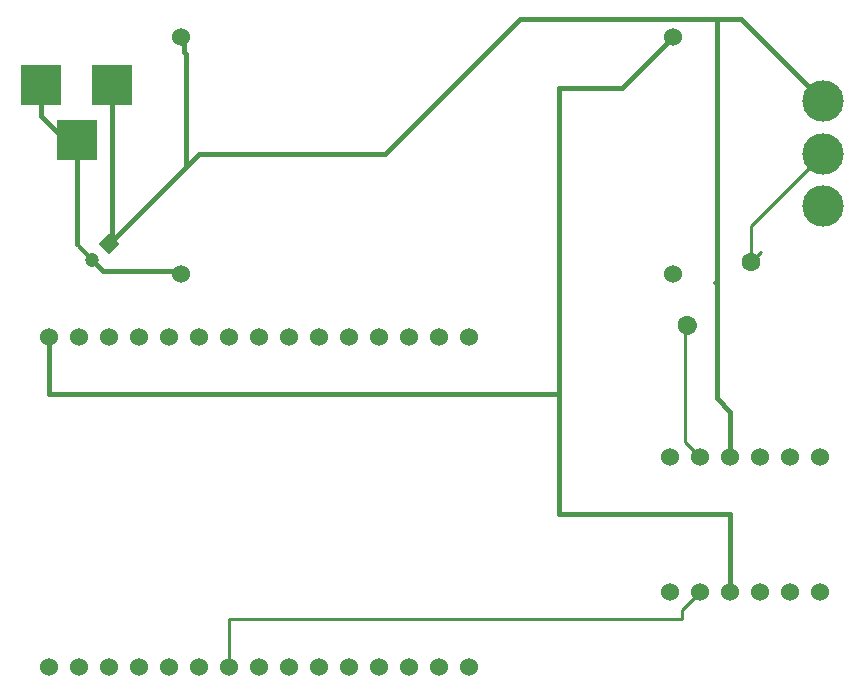
<source format=gbr>
G04 #@! TF.GenerationSoftware,KiCad,Pcbnew,(5.1.2-1)-1*
G04 #@! TF.CreationDate,2019-05-31T16:35:32-04:00*
G04 #@! TF.ProjectId,RubyLights,52756279-4c69-4676-9874-732e6b696361,.5*
G04 #@! TF.SameCoordinates,Original*
G04 #@! TF.FileFunction,Copper,L1,Top*
G04 #@! TF.FilePolarity,Positive*
%FSLAX46Y46*%
G04 Gerber Fmt 4.6, Leading zero omitted, Abs format (unit mm)*
G04 Created by KiCad (PCBNEW (5.1.2-1)-1) date 2019-05-31 16:35:32*
%MOMM*%
%LPD*%
G04 APERTURE LIST*
%ADD10R,3.500000X3.500000*%
%ADD11C,1.524000*%
%ADD12C,3.500120*%
%ADD13C,1.200000*%
%ADD14C,0.100000*%
%ADD15C,1.600000*%
%ADD16C,1.600000*%
%ADD17C,0.350000*%
%ADD18C,0.400000*%
%ADD19C,0.250000*%
G04 APERTURE END LIST*
D10*
X65786000Y-62484000D03*
X59786000Y-62484000D03*
X62786000Y-67184000D03*
D11*
X113030000Y-93980000D03*
X115570000Y-93980000D03*
X118110000Y-93980000D03*
X120650000Y-93980000D03*
X123190000Y-93980000D03*
X125730000Y-93980000D03*
X125730000Y-105410000D03*
X123190000Y-105410000D03*
X120650000Y-105410000D03*
X118110000Y-105410000D03*
X115570000Y-105410000D03*
X113030000Y-105410000D03*
D12*
X125984000Y-63881000D03*
X125984000Y-68326000D03*
X125984000Y-72771000D03*
D13*
X65532000Y-75946000D03*
D14*
G36*
X65532000Y-75097472D02*
G01*
X66380528Y-75946000D01*
X65532000Y-76794528D01*
X64683472Y-75946000D01*
X65532000Y-75097472D01*
X65532000Y-75097472D01*
G37*
D13*
X64117786Y-77360214D03*
D15*
X119888000Y-77470000D03*
X114499846Y-82858154D03*
D16*
X114499846Y-82858154D02*
X114499846Y-82858154D01*
D11*
X96012000Y-111760000D03*
X93472000Y-111760000D03*
X90932000Y-111760000D03*
X88392000Y-111760000D03*
X85852000Y-111760000D03*
X83312000Y-111760000D03*
X80772000Y-111760000D03*
X78232000Y-111760000D03*
X75692000Y-111760000D03*
X73152000Y-111760000D03*
X70612000Y-111760000D03*
X68072000Y-111760000D03*
X65532000Y-111760000D03*
X62992000Y-111760000D03*
X60452000Y-111760000D03*
X60452000Y-83820000D03*
X62992000Y-83820000D03*
X65532000Y-83820000D03*
X68072000Y-83820000D03*
X70612000Y-83820000D03*
X73152000Y-83820000D03*
X75692000Y-83820000D03*
X78232000Y-83820000D03*
X80772000Y-83820000D03*
X83312000Y-83820000D03*
X85852000Y-83820000D03*
X88392000Y-83820000D03*
X90932000Y-83820000D03*
X93472000Y-83820000D03*
X96012000Y-83820000D03*
X113284000Y-58420000D03*
X113284000Y-78486000D03*
X71628000Y-78486000D03*
X71628000Y-58420000D03*
D17*
X62786000Y-76028428D02*
X64117786Y-77360214D01*
D18*
X64989572Y-78232000D02*
X71882000Y-78232000D01*
X64117786Y-77360214D02*
X64989572Y-78232000D01*
X59786000Y-65142000D02*
X59786000Y-62992000D01*
X62786000Y-67692000D02*
X62336000Y-67692000D01*
X62336000Y-67692000D02*
X59786000Y-65142000D01*
X62786000Y-76028428D02*
X62786000Y-67692000D01*
D17*
X65786000Y-75692000D02*
X65532000Y-75946000D01*
D18*
X65786000Y-63500000D02*
X65786000Y-75692000D01*
D17*
X116840000Y-79248000D02*
X116961001Y-79126999D01*
D18*
X116961001Y-79126999D02*
X116961001Y-89032999D01*
X118110000Y-90181998D02*
X118110000Y-93980000D01*
X116961001Y-89032999D02*
X118110000Y-90181998D01*
X73152000Y-68326000D02*
X88900000Y-68326000D01*
X88900000Y-68326000D02*
X100330000Y-56896000D01*
X116961001Y-57028999D02*
X117094000Y-56896000D01*
X116961001Y-79126999D02*
X116961001Y-57028999D01*
X100330000Y-56896000D02*
X117094000Y-56896000D01*
X65532000Y-75946000D02*
X71628000Y-69850000D01*
X118999000Y-56896000D02*
X125984000Y-63881000D01*
X117094000Y-56896000D02*
X118999000Y-56896000D01*
X71882000Y-59751630D02*
X72009000Y-59878630D01*
X72009000Y-59878630D02*
X72009000Y-69469000D01*
X71882000Y-58674000D02*
X71882000Y-59751630D01*
X72009000Y-69469000D02*
X73152000Y-68326000D01*
X71628000Y-69850000D02*
X72009000Y-69469000D01*
D19*
X119888000Y-77470000D02*
X120687999Y-76670001D01*
X114300000Y-92710000D02*
X115570000Y-93980000D01*
X114300000Y-83058000D02*
X114300000Y-92710000D01*
X75692000Y-111760000D02*
X75692000Y-107696000D01*
X75692000Y-107696000D02*
X114046000Y-107696000D01*
X114046000Y-106934000D02*
X115570000Y-105410000D01*
X114046000Y-107696000D02*
X114046000Y-106934000D01*
X119888000Y-74422000D02*
X119888000Y-77470000D01*
X125984000Y-68326000D02*
X119888000Y-74422000D01*
D18*
X60452000Y-88646000D02*
X103378000Y-88646000D01*
X60452000Y-83820000D02*
X60452000Y-88646000D01*
D19*
X103378000Y-88646000D02*
X103632000Y-88900000D01*
D18*
X103632000Y-62738000D02*
X103632000Y-88900000D01*
X103632000Y-88900000D02*
X103632000Y-98806000D01*
X103632000Y-98806000D02*
X118110000Y-98806000D01*
X118110000Y-98806000D02*
X118110000Y-105410000D01*
X103632000Y-62738000D02*
X108966000Y-62738000D01*
X108966000Y-62738000D02*
X113030000Y-58674000D01*
M02*

</source>
